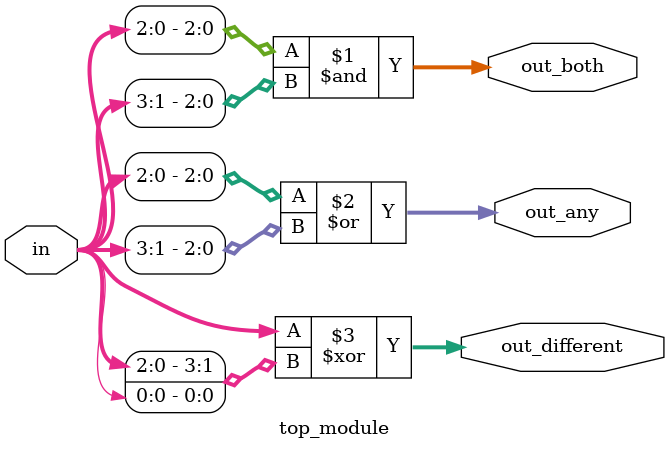
<source format=sv>
module top_module (
	input [3:0] in,
	output [2:0] out_both,
	output [3:0] out_any,
	output [3:0] out_different
);

	assign out_both = in[2:0] & in[3:1]; // Bitwise AND of bits 2:0 and 3:1
	assign out_any = in[2:0] | in[3:1];  // Bitwise OR of bits 2:0 and 3:1
	assign out_different = in ^ {in[2:0], in[0]}; // Bitwise XOR of in and in[3:1], in[0]

endmodule

</source>
